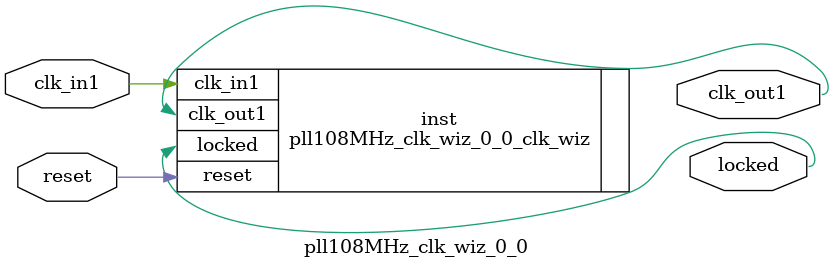
<source format=v>


`timescale 1ps/1ps

(* CORE_GENERATION_INFO = "pll108MHz_clk_wiz_0_0,clk_wiz_v5_4_3_0,{component_name=pll108MHz_clk_wiz_0_0,use_phase_alignment=true,use_min_o_jitter=false,use_max_i_jitter=false,use_dyn_phase_shift=false,use_inclk_switchover=false,use_dyn_reconfig=false,enable_axi=0,feedback_source=FDBK_AUTO,PRIMITIVE=PLL,num_out_clk=1,clkin1_period=10.000,clkin2_period=10.000,use_power_down=false,use_reset=true,use_locked=true,use_inclk_stopped=false,feedback_type=SINGLE,CLOCK_MGR_TYPE=NA,manual_override=false}" *)

module pll108MHz_clk_wiz_0_0 
 (
  // Clock out ports
  output        clk_out1,
  // Status and control signals
  input         reset,
  output        locked,
 // Clock in ports
  input         clk_in1
 );

  pll108MHz_clk_wiz_0_0_clk_wiz inst
  (
  // Clock out ports  
  .clk_out1(clk_out1),
  // Status and control signals               
  .reset(reset), 
  .locked(locked),
 // Clock in ports
  .clk_in1(clk_in1)
  );

endmodule

</source>
